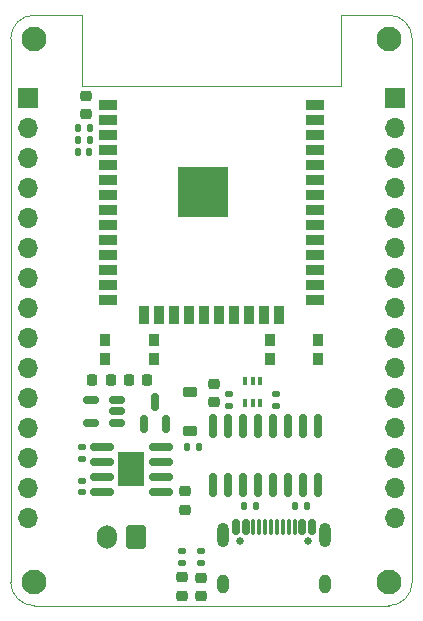
<source format=gts>
G04 #@! TF.GenerationSoftware,KiCad,Pcbnew,8.0.2*
G04 #@! TF.CreationDate,2024-05-24T09:08:15+10:00*
G04 #@! TF.ProjectId,design,64657369-676e-42e6-9b69-6361645f7063,rev?*
G04 #@! TF.SameCoordinates,Original*
G04 #@! TF.FileFunction,Soldermask,Top*
G04 #@! TF.FilePolarity,Negative*
%FSLAX46Y46*%
G04 Gerber Fmt 4.6, Leading zero omitted, Abs format (unit mm)*
G04 Created by KiCad (PCBNEW 8.0.2) date 2024-05-24 09:08:15*
%MOMM*%
%LPD*%
G01*
G04 APERTURE LIST*
G04 Aperture macros list*
%AMRoundRect*
0 Rectangle with rounded corners*
0 $1 Rounding radius*
0 $2 $3 $4 $5 $6 $7 $8 $9 X,Y pos of 4 corners*
0 Add a 4 corners polygon primitive as box body*
4,1,4,$2,$3,$4,$5,$6,$7,$8,$9,$2,$3,0*
0 Add four circle primitives for the rounded corners*
1,1,$1+$1,$2,$3*
1,1,$1+$1,$4,$5*
1,1,$1+$1,$6,$7*
1,1,$1+$1,$8,$9*
0 Add four rect primitives between the rounded corners*
20,1,$1+$1,$2,$3,$4,$5,0*
20,1,$1+$1,$4,$5,$6,$7,0*
20,1,$1+$1,$6,$7,$8,$9,0*
20,1,$1+$1,$8,$9,$2,$3,0*%
G04 Aperture macros list end*
%ADD10RoundRect,0.140000X0.170000X-0.140000X0.170000X0.140000X-0.170000X0.140000X-0.170000X-0.140000X0*%
%ADD11C,2.100000*%
%ADD12RoundRect,0.135000X-0.135000X-0.185000X0.135000X-0.185000X0.135000X0.185000X-0.135000X0.185000X0*%
%ADD13RoundRect,0.225000X0.225000X0.250000X-0.225000X0.250000X-0.225000X-0.250000X0.225000X-0.250000X0*%
%ADD14RoundRect,0.150000X0.150000X-0.587500X0.150000X0.587500X-0.150000X0.587500X-0.150000X-0.587500X0*%
%ADD15R,0.900000X1.000000*%
%ADD16RoundRect,0.135000X0.185000X-0.135000X0.185000X0.135000X-0.185000X0.135000X-0.185000X-0.135000X0*%
%ADD17RoundRect,0.225000X-0.225000X-0.250000X0.225000X-0.250000X0.225000X0.250000X-0.225000X0.250000X0*%
%ADD18R,1.500000X0.900000*%
%ADD19R,0.900000X1.500000*%
%ADD20C,0.600000*%
%ADD21R,4.200000X4.200000*%
%ADD22RoundRect,0.100000X0.100000X-0.225000X0.100000X0.225000X-0.100000X0.225000X-0.100000X-0.225000X0*%
%ADD23RoundRect,0.150000X0.150000X-0.825000X0.150000X0.825000X-0.150000X0.825000X-0.150000X-0.825000X0*%
%ADD24RoundRect,0.218750X-0.256250X0.218750X-0.256250X-0.218750X0.256250X-0.218750X0.256250X0.218750X0*%
%ADD25RoundRect,0.225000X0.250000X-0.225000X0.250000X0.225000X-0.250000X0.225000X-0.250000X-0.225000X0*%
%ADD26RoundRect,0.150000X-0.825000X-0.150000X0.825000X-0.150000X0.825000X0.150000X-0.825000X0.150000X0*%
%ADD27R,2.290000X3.000000*%
%ADD28RoundRect,0.140000X0.140000X0.170000X-0.140000X0.170000X-0.140000X-0.170000X0.140000X-0.170000X0*%
%ADD29RoundRect,0.140000X-0.140000X-0.170000X0.140000X-0.170000X0.140000X0.170000X-0.140000X0.170000X0*%
%ADD30RoundRect,0.225000X-0.250000X0.225000X-0.250000X-0.225000X0.250000X-0.225000X0.250000X0.225000X0*%
%ADD31RoundRect,0.250000X0.600000X0.750000X-0.600000X0.750000X-0.600000X-0.750000X0.600000X-0.750000X0*%
%ADD32O,1.700000X2.000000*%
%ADD33C,0.650000*%
%ADD34RoundRect,0.150000X-0.150000X-0.500000X0.150000X-0.500000X0.150000X0.500000X-0.150000X0.500000X0*%
%ADD35RoundRect,0.075000X-0.075000X-0.575000X0.075000X-0.575000X0.075000X0.575000X-0.075000X0.575000X0*%
%ADD36O,1.000000X2.100000*%
%ADD37O,1.000000X1.600000*%
%ADD38RoundRect,0.150000X0.512500X0.150000X-0.512500X0.150000X-0.512500X-0.150000X0.512500X-0.150000X0*%
%ADD39RoundRect,0.225000X-0.375000X0.225000X-0.375000X-0.225000X0.375000X-0.225000X0.375000X0.225000X0*%
%ADD40RoundRect,0.135000X0.135000X0.185000X-0.135000X0.185000X-0.135000X-0.185000X0.135000X-0.185000X0*%
%ADD41R,1.700000X1.700000*%
%ADD42O,1.700000X1.700000*%
G04 #@! TA.AperFunction,Profile*
%ADD43C,0.100000*%
G04 #@! TD*
G04 APERTURE END LIST*
D10*
G04 #@! TO.C,C14*
X89000000Y-105380000D03*
X89000000Y-104420000D03*
G04 #@! TD*
D11*
G04 #@! TO.C,H1*
X85000000Y-67000000D03*
G04 #@! TD*
D12*
G04 #@! TO.C,R2*
X107090000Y-106600000D03*
X108110000Y-106600000D03*
G04 #@! TD*
D13*
G04 #@! TO.C,C16*
X94575000Y-95900000D03*
X93025000Y-95900000D03*
G04 #@! TD*
D14*
G04 #@! TO.C,Q3*
X94250000Y-99637500D03*
X96150000Y-99637500D03*
X95200000Y-97762500D03*
G04 #@! TD*
D15*
G04 #@! TO.C,SW1*
X109050000Y-94100000D03*
X104950000Y-94100000D03*
X109050000Y-92500000D03*
X104950000Y-92500000D03*
G04 #@! TD*
D16*
G04 #@! TO.C,R13*
X97500000Y-111410000D03*
X97500000Y-110390000D03*
G04 #@! TD*
D10*
G04 #@! TO.C,C5*
X101500000Y-98080000D03*
X101500000Y-97120000D03*
G04 #@! TD*
D11*
G04 #@! TO.C,H4*
X85000000Y-113000000D03*
G04 #@! TD*
D17*
G04 #@! TO.C,C17*
X89925000Y-95900000D03*
X91475000Y-95900000D03*
G04 #@! TD*
D16*
G04 #@! TO.C,R10*
X99100000Y-111410000D03*
X99100000Y-110390000D03*
G04 #@! TD*
D18*
G04 #@! TO.C,U3*
X91250000Y-72600000D03*
X91250000Y-73870000D03*
X91250000Y-75140000D03*
X91250000Y-76410000D03*
X91250000Y-77680000D03*
X91250000Y-78950000D03*
X91250000Y-80220000D03*
X91250000Y-81490000D03*
X91250000Y-82760000D03*
X91250000Y-84030000D03*
X91250000Y-85300000D03*
X91250000Y-86570000D03*
X91250000Y-87840000D03*
X91250000Y-89110000D03*
D19*
X94290000Y-90360000D03*
X95560000Y-90360000D03*
X96830000Y-90360000D03*
X98100000Y-90360000D03*
X99370000Y-90360000D03*
X100640000Y-90360000D03*
X101910000Y-90360000D03*
X103180000Y-90360000D03*
X104450000Y-90360000D03*
X105720000Y-90360000D03*
D18*
X108750000Y-89110000D03*
X108750000Y-87840000D03*
X108750000Y-86570000D03*
X108750000Y-85300000D03*
X108750000Y-84030000D03*
X108750000Y-82760000D03*
X108750000Y-81490000D03*
X108750000Y-80220000D03*
X108750000Y-78950000D03*
X108750000Y-77680000D03*
X108750000Y-76410000D03*
X108750000Y-75140000D03*
X108750000Y-73870000D03*
X108750000Y-72600000D03*
D20*
X97795000Y-79177500D03*
X97795000Y-80702500D03*
X98557500Y-78415000D03*
X98557500Y-79940000D03*
X98557500Y-81465000D03*
X99320000Y-79177500D03*
D21*
X99320000Y-79940000D03*
D20*
X99320000Y-80702500D03*
X100082500Y-78415000D03*
X100082500Y-79940000D03*
X100082500Y-81465000D03*
X100845000Y-79177500D03*
X100845000Y-80702500D03*
G04 #@! TD*
D16*
G04 #@! TO.C,R3*
X105500000Y-98110000D03*
X105500000Y-97090000D03*
G04 #@! TD*
D15*
G04 #@! TO.C,SW2*
X91000000Y-92500000D03*
X95100000Y-92500000D03*
X91000000Y-94100000D03*
X95100000Y-94100000D03*
G04 #@! TD*
D22*
G04 #@! TO.C,Q1*
X102850000Y-97850000D03*
X103500000Y-97850000D03*
X104150000Y-97850000D03*
X104150000Y-95950000D03*
X103500000Y-95950000D03*
X102850000Y-95950000D03*
G04 #@! TD*
D23*
G04 #@! TO.C,U1*
X100155000Y-104775000D03*
X101425000Y-104775000D03*
X102695000Y-104775000D03*
X103965000Y-104775000D03*
X105235000Y-104775000D03*
X106505000Y-104775000D03*
X107775000Y-104775000D03*
X109045000Y-104775000D03*
X109045000Y-99825000D03*
X107775000Y-99825000D03*
X106505000Y-99825000D03*
X105235000Y-99825000D03*
X103965000Y-99825000D03*
X102695000Y-99825000D03*
X101425000Y-99825000D03*
X100155000Y-99825000D03*
G04 #@! TD*
D11*
G04 #@! TO.C,H2*
X115000000Y-67000000D03*
G04 #@! TD*
D24*
G04 #@! TO.C,D2*
X97500000Y-112612500D03*
X97500000Y-114187500D03*
G04 #@! TD*
D25*
G04 #@! TO.C,C4*
X100200000Y-97775000D03*
X100200000Y-96225000D03*
G04 #@! TD*
D26*
G04 #@! TO.C,U4*
X90755000Y-101545000D03*
X90755000Y-102815000D03*
X90755000Y-104085000D03*
X90755000Y-105355000D03*
X95705000Y-105355000D03*
X95705000Y-104085000D03*
X95705000Y-102815000D03*
X95705000Y-101545000D03*
D27*
X93230000Y-103450000D03*
G04 #@! TD*
D28*
G04 #@! TO.C,C1*
X89680000Y-74600000D03*
X88720000Y-74600000D03*
G04 #@! TD*
D29*
G04 #@! TO.C,C2*
X88710000Y-76600000D03*
X89670000Y-76600000D03*
G04 #@! TD*
D30*
G04 #@! TO.C,C13*
X97800000Y-105325000D03*
X97800000Y-106875000D03*
G04 #@! TD*
D12*
G04 #@! TO.C,R15*
X97890000Y-101550000D03*
X98910000Y-101550000D03*
G04 #@! TD*
D31*
G04 #@! TO.C,J4*
X93650000Y-109167500D03*
D32*
X91150000Y-109167500D03*
G04 #@! TD*
D11*
G04 #@! TO.C,H3*
X115000000Y-113000000D03*
G04 #@! TD*
D33*
G04 #@! TO.C,J1*
X102410000Y-109500000D03*
X108190000Y-109500000D03*
D34*
X102100000Y-108360000D03*
X102900000Y-108360000D03*
D35*
X104050000Y-108360000D03*
X105050000Y-108360000D03*
X105550000Y-108360000D03*
X106550000Y-108360000D03*
D34*
X107700000Y-108360000D03*
X108500000Y-108360000D03*
X108500000Y-108360000D03*
X107700000Y-108360000D03*
D35*
X107050000Y-108360000D03*
X106050000Y-108360000D03*
X104550000Y-108360000D03*
X103550000Y-108360000D03*
D34*
X102900000Y-108360000D03*
X102100000Y-108360000D03*
D36*
X100980000Y-109000000D03*
D37*
X100980000Y-113180000D03*
D36*
X109620000Y-109000000D03*
D37*
X109620000Y-113180000D03*
G04 #@! TD*
D24*
G04 #@! TO.C,D1*
X99100000Y-112625000D03*
X99100000Y-114200000D03*
G04 #@! TD*
D38*
G04 #@! TO.C,U5*
X92037500Y-99500000D03*
X92037500Y-98550000D03*
X92037500Y-97600000D03*
X89762500Y-97600000D03*
X89762500Y-99500000D03*
G04 #@! TD*
D39*
G04 #@! TO.C,D4*
X98200000Y-96950000D03*
X98200000Y-100250000D03*
G04 #@! TD*
D40*
G04 #@! TO.C,R1*
X103810000Y-106600000D03*
X102790000Y-106600000D03*
G04 #@! TD*
D25*
G04 #@! TO.C,C6*
X89400000Y-73375000D03*
X89400000Y-71825000D03*
G04 #@! TD*
D16*
G04 #@! TO.C,R12*
X89000000Y-102610000D03*
X89000000Y-101590000D03*
G04 #@! TD*
D12*
G04 #@! TO.C,R4*
X88680000Y-75600000D03*
X89700000Y-75600000D03*
G04 #@! TD*
D41*
G04 #@! TO.C,J2*
X84500000Y-72000000D03*
D42*
X84500000Y-74540000D03*
X84500000Y-77080000D03*
X84500000Y-79620000D03*
X84500000Y-82160000D03*
X84500000Y-84700000D03*
X84500000Y-87240000D03*
X84500000Y-89780000D03*
X84500000Y-92320000D03*
X84500000Y-94860000D03*
X84500000Y-97400000D03*
X84500000Y-99940000D03*
X84500000Y-102480000D03*
X84500000Y-105020000D03*
X84500000Y-107560000D03*
G04 #@! TD*
D41*
G04 #@! TO.C,J3*
X115500000Y-72000000D03*
D42*
X115500000Y-74540000D03*
X115500000Y-77080000D03*
X115500000Y-79620000D03*
X115500000Y-82160000D03*
X115500000Y-84700000D03*
X115500000Y-87240000D03*
X115500000Y-89780000D03*
X115500000Y-92320000D03*
X115500000Y-94860000D03*
X115500000Y-97400000D03*
X115500000Y-99940000D03*
X115500000Y-102480000D03*
X115500000Y-105020000D03*
X115500000Y-107560000D03*
G04 #@! TD*
D43*
X85000000Y-115000000D02*
G75*
G02*
X83000000Y-113000000I0J2000000D01*
G01*
X115000000Y-115000000D02*
X85000000Y-115000000D01*
X83000000Y-113000000D02*
X83000000Y-67000000D01*
X117000000Y-67000000D02*
X117000000Y-113000000D01*
X115000000Y-65000000D02*
X111000000Y-65000000D01*
X89000000Y-71000000D02*
X89000000Y-65000000D01*
X115000000Y-65000000D02*
G75*
G02*
X117000000Y-67000000I0J-2000000D01*
G01*
X111000000Y-71000000D02*
X89000000Y-71000000D01*
X89000000Y-65000000D02*
X85000000Y-65000000D01*
X83000000Y-67000000D02*
G75*
G02*
X85000000Y-65000000I2000000J0D01*
G01*
X111000000Y-65000000D02*
X111000000Y-71000000D01*
X117000000Y-113000000D02*
G75*
G02*
X115000000Y-115000000I-2000000J0D01*
G01*
M02*

</source>
